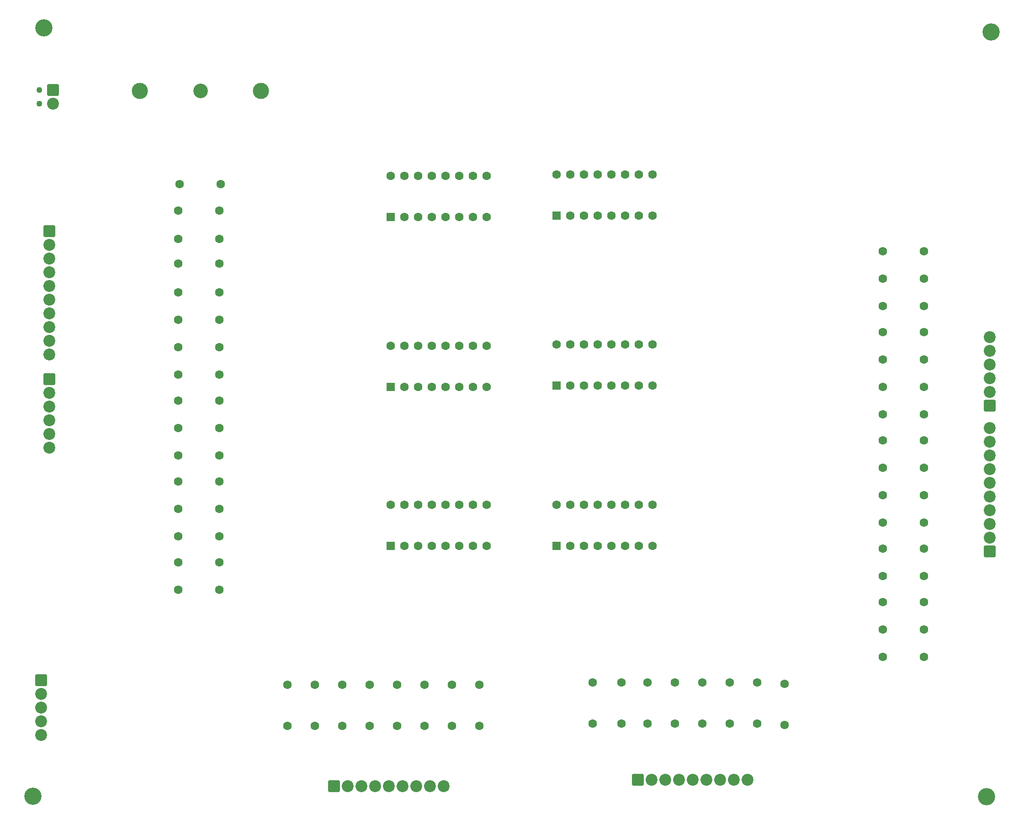
<source format=gbr>
%TF.GenerationSoftware,KiCad,Pcbnew,9.0.3*%
%TF.CreationDate,2025-09-10T19:37:44+02:00*%
%TF.ProjectId,expressionAndButtonsPCB,65787072-6573-4736-996f-6e416e644275,1.0.0*%
%TF.SameCoordinates,Original*%
%TF.FileFunction,Soldermask,Top*%
%TF.FilePolarity,Negative*%
%FSLAX46Y46*%
G04 Gerber Fmt 4.6, Leading zero omitted, Abs format (unit mm)*
G04 Created by KiCad (PCBNEW 9.0.3) date 2025-09-10 19:37:44*
%MOMM*%
%LPD*%
G01*
G04 APERTURE LIST*
G04 Aperture macros list*
%AMRoundRect*
0 Rectangle with rounded corners*
0 $1 Rounding radius*
0 $2 $3 $4 $5 $6 $7 $8 $9 X,Y pos of 4 corners*
0 Add a 4 corners polygon primitive as box body*
4,1,4,$2,$3,$4,$5,$6,$7,$8,$9,$2,$3,0*
0 Add four circle primitives for the rounded corners*
1,1,$1+$1,$2,$3*
1,1,$1+$1,$4,$5*
1,1,$1+$1,$6,$7*
1,1,$1+$1,$8,$9*
0 Add four rect primitives between the rounded corners*
20,1,$1+$1,$2,$3,$4,$5,0*
20,1,$1+$1,$4,$5,$6,$7,0*
20,1,$1+$1,$6,$7,$8,$9,0*
20,1,$1+$1,$8,$9,$2,$3,0*%
G04 Aperture macros list end*
%ADD10C,2.700000*%
%ADD11C,3.000000*%
%ADD12C,1.600000*%
%ADD13RoundRect,0.250000X0.550000X-0.550000X0.550000X0.550000X-0.550000X0.550000X-0.550000X-0.550000X0*%
%ADD14RoundRect,0.249999X0.850001X-0.850001X0.850001X0.850001X-0.850001X0.850001X-0.850001X-0.850001X0*%
%ADD15C,2.200000*%
%ADD16C,3.200000*%
%ADD17RoundRect,0.249999X-0.850001X-0.850001X0.850001X-0.850001X0.850001X0.850001X-0.850001X0.850001X0*%
%ADD18C,1.100000*%
%ADD19RoundRect,0.249999X-0.850001X0.850001X-0.850001X-0.850001X0.850001X-0.850001X0.850001X0.850001X0*%
G04 APERTURE END LIST*
D10*
%TO.C,F1*%
X67892000Y-41148000D03*
D11*
X56642000Y-41148000D03*
X79142000Y-41148000D03*
%TD*%
D12*
%TO.C,R10*%
X63754000Y-103632000D03*
X71374000Y-103632000D03*
%TD*%
%TO.C,R24*%
X194310000Y-110998000D03*
X201930000Y-110998000D03*
%TD*%
D13*
%TO.C,Cresc2*%
X133858000Y-95758000D03*
D12*
X136398000Y-95758000D03*
X138938000Y-95758000D03*
X141478000Y-95758000D03*
X144018000Y-95758000D03*
X146558000Y-95758000D03*
X149098000Y-95758000D03*
X151638000Y-95758000D03*
X151638000Y-88138000D03*
X149098000Y-88138000D03*
X146558000Y-88138000D03*
X144018000Y-88138000D03*
X141478000Y-88138000D03*
X138938000Y-88138000D03*
X136398000Y-88138000D03*
X133858000Y-88138000D03*
%TD*%
D14*
%TO.C,J7*%
X214175000Y-99525000D03*
D15*
X214175000Y-96985000D03*
X214175000Y-94445000D03*
X214175000Y-91905000D03*
X214175000Y-89365000D03*
X214175000Y-86825000D03*
%TD*%
D16*
%TO.C,REF\u002A\u002A*%
X36875000Y-171900000D03*
%TD*%
D14*
%TO.C,J3*%
X214175000Y-126510000D03*
D15*
X214175000Y-123970000D03*
X214175000Y-121430000D03*
X214175000Y-118890000D03*
X214175000Y-116350000D03*
X214175000Y-113810000D03*
X214175000Y-111270000D03*
X214175000Y-108730000D03*
X214175000Y-106190000D03*
X214175000Y-103650000D03*
%TD*%
D12*
%TO.C,R15*%
X63754000Y-128524000D03*
X71374000Y-128524000D03*
%TD*%
%TO.C,R44*%
X155820000Y-150865000D03*
X155820000Y-158485000D03*
%TD*%
%TO.C,R34*%
X89055000Y-151265000D03*
X89055000Y-158885000D03*
%TD*%
D17*
%TO.C,J5*%
X148962000Y-168899000D03*
D15*
X151502000Y-168899000D03*
X154042000Y-168899000D03*
X156582000Y-168899000D03*
X159122000Y-168899000D03*
X161662000Y-168899000D03*
X164202000Y-168899000D03*
X166742000Y-168899000D03*
X169282000Y-168899000D03*
%TD*%
D16*
%TO.C,REF\u002A\u002A*%
X214376000Y-30226000D03*
%TD*%
D12*
%TO.C,R1*%
X64008000Y-58420000D03*
X71628000Y-58420000D03*
%TD*%
D17*
%TO.C,J4*%
X92611000Y-170061000D03*
D15*
X95151000Y-170061000D03*
X97691000Y-170061000D03*
X100231000Y-170061000D03*
X102771000Y-170061000D03*
X105311000Y-170061000D03*
X107851000Y-170061000D03*
X110391000Y-170061000D03*
X112931000Y-170061000D03*
%TD*%
D12*
%TO.C,R3*%
X63754000Y-68594000D03*
X71374000Y-68594000D03*
%TD*%
D13*
%TO.C,Cresc1*%
X103124000Y-96007000D03*
D12*
X105664000Y-96007000D03*
X108204000Y-96007000D03*
X110744000Y-96007000D03*
X113284000Y-96007000D03*
X115824000Y-96007000D03*
X118364000Y-96007000D03*
X120904000Y-96007000D03*
X120904000Y-88387000D03*
X118364000Y-88387000D03*
X115824000Y-88387000D03*
X113284000Y-88387000D03*
X110744000Y-88387000D03*
X108204000Y-88387000D03*
X105664000Y-88387000D03*
X103124000Y-88387000D03*
%TD*%
%TO.C,R40*%
X119535000Y-151265000D03*
X119535000Y-158885000D03*
%TD*%
%TO.C,R19*%
X194310000Y-135890000D03*
X201930000Y-135890000D03*
%TD*%
%TO.C,R48*%
X176140000Y-151119000D03*
X176140000Y-158739000D03*
%TD*%
%TO.C,R25*%
X194310000Y-105918000D03*
X201930000Y-105918000D03*
%TD*%
%TO.C,R21*%
X194310000Y-125984000D03*
X201930000Y-125984000D03*
%TD*%
%TO.C,R35*%
X94135000Y-151265000D03*
X94135000Y-158885000D03*
%TD*%
%TO.C,R39*%
X114455000Y-151265000D03*
X114455000Y-158885000D03*
%TD*%
%TO.C,R23*%
X194310000Y-116078000D03*
X201930000Y-116078000D03*
%TD*%
%TO.C,R32*%
X194310000Y-70866000D03*
X201930000Y-70866000D03*
%TD*%
%TO.C,R37*%
X104295000Y-151265000D03*
X104295000Y-158885000D03*
%TD*%
D13*
%TO.C,IN1*%
X103124000Y-64516000D03*
D12*
X105664000Y-64516000D03*
X108204000Y-64516000D03*
X110744000Y-64516000D03*
X113284000Y-64516000D03*
X115824000Y-64516000D03*
X118364000Y-64516000D03*
X120904000Y-64516000D03*
X120904000Y-56896000D03*
X118364000Y-56896000D03*
X115824000Y-56896000D03*
X113284000Y-56896000D03*
X110744000Y-56896000D03*
X108204000Y-56896000D03*
X105664000Y-56896000D03*
X103124000Y-56896000D03*
%TD*%
%TO.C,R31*%
X194310000Y-75946000D03*
X201930000Y-75946000D03*
%TD*%
%TO.C,R46*%
X165980000Y-150865000D03*
X165980000Y-158485000D03*
%TD*%
D18*
%TO.C,J1*%
X38017500Y-40980000D03*
X38017500Y-43520000D03*
D19*
X40557500Y-40980000D03*
D15*
X40557500Y-43520000D03*
%TD*%
D12*
%TO.C,R11*%
X63754000Y-108712000D03*
X71374000Y-108712000D03*
%TD*%
D13*
%TO.C,IN2*%
X133858000Y-64262000D03*
D12*
X136398000Y-64262000D03*
X138938000Y-64262000D03*
X141478000Y-64262000D03*
X144018000Y-64262000D03*
X146558000Y-64262000D03*
X149098000Y-64262000D03*
X151638000Y-64262000D03*
X151638000Y-56642000D03*
X149098000Y-56642000D03*
X146558000Y-56642000D03*
X144018000Y-56642000D03*
X141478000Y-56642000D03*
X138938000Y-56642000D03*
X136398000Y-56642000D03*
X133858000Y-56642000D03*
%TD*%
%TO.C,R5*%
X63754000Y-78486000D03*
X71374000Y-78486000D03*
%TD*%
%TO.C,R42*%
X145914000Y-150865000D03*
X145914000Y-158485000D03*
%TD*%
%TO.C,R47*%
X171060000Y-150865000D03*
X171060000Y-158485000D03*
%TD*%
%TO.C,R33*%
X83975000Y-151265000D03*
X83975000Y-158885000D03*
%TD*%
%TO.C,R18*%
X194310000Y-140970000D03*
X201930000Y-140970000D03*
%TD*%
%TO.C,R16*%
X63754000Y-133604000D03*
X71374000Y-133604000D03*
%TD*%
%TO.C,R6*%
X63754000Y-83566000D03*
X71374000Y-83566000D03*
%TD*%
%TO.C,R7*%
X63754000Y-88646000D03*
X71374000Y-88646000D03*
%TD*%
D16*
%TO.C,REF\u002A\u002A*%
X213575000Y-172000000D03*
%TD*%
D12*
%TO.C,R26*%
X194310000Y-101092000D03*
X201930000Y-101092000D03*
%TD*%
%TO.C,R30*%
X194310000Y-81026000D03*
X201930000Y-81026000D03*
%TD*%
%TO.C,R12*%
X63754000Y-113538000D03*
X71374000Y-113538000D03*
%TD*%
%TO.C,R41*%
X140580000Y-150865000D03*
X140580000Y-158485000D03*
%TD*%
%TO.C,R9*%
X63754000Y-98552000D03*
X71374000Y-98552000D03*
%TD*%
%TO.C,R13*%
X63754000Y-118618000D03*
X71374000Y-118618000D03*
%TD*%
D13*
%TO.C,E1*%
X103124000Y-125476000D03*
D12*
X105664000Y-125476000D03*
X108204000Y-125476000D03*
X110744000Y-125476000D03*
X113284000Y-125476000D03*
X115824000Y-125476000D03*
X118364000Y-125476000D03*
X120904000Y-125476000D03*
X120904000Y-117856000D03*
X118364000Y-117856000D03*
X115824000Y-117856000D03*
X113284000Y-117856000D03*
X110744000Y-117856000D03*
X108204000Y-117856000D03*
X105664000Y-117856000D03*
X103124000Y-117856000D03*
%TD*%
%TO.C,R22*%
X194310000Y-121158000D03*
X201930000Y-121158000D03*
%TD*%
%TO.C,R17*%
X194310000Y-146050000D03*
X201930000Y-146050000D03*
%TD*%
%TO.C,R14*%
X63754000Y-123698000D03*
X71374000Y-123698000D03*
%TD*%
%TO.C,R36*%
X99215000Y-151265000D03*
X99215000Y-158885000D03*
%TD*%
%TO.C,R38*%
X109375000Y-151265000D03*
X109375000Y-158885000D03*
%TD*%
D16*
%TO.C,REF\u002A\u002A*%
X38900000Y-29525000D03*
%TD*%
D12*
%TO.C,R29*%
X194310000Y-85852000D03*
X201930000Y-85852000D03*
%TD*%
%TO.C,R8*%
X63754000Y-93726000D03*
X71374000Y-93726000D03*
%TD*%
%TO.C,R27*%
X194310000Y-96012000D03*
X201930000Y-96012000D03*
%TD*%
%TO.C,R28*%
X194310000Y-90932000D03*
X201930000Y-90932000D03*
%TD*%
D19*
%TO.C,J6*%
X38354000Y-150368000D03*
D15*
X38354000Y-152908000D03*
X38354000Y-155448000D03*
X38354000Y-157988000D03*
X38354000Y-160528000D03*
%TD*%
D13*
%TO.C,E2*%
X133858000Y-125476000D03*
D12*
X136398000Y-125476000D03*
X138938000Y-125476000D03*
X141478000Y-125476000D03*
X144018000Y-125476000D03*
X146558000Y-125476000D03*
X149098000Y-125476000D03*
X151638000Y-125476000D03*
X151638000Y-117856000D03*
X149098000Y-117856000D03*
X146558000Y-117856000D03*
X144018000Y-117856000D03*
X141478000Y-117856000D03*
X138938000Y-117856000D03*
X136398000Y-117856000D03*
X133858000Y-117856000D03*
%TD*%
%TO.C,R45*%
X160900000Y-150865000D03*
X160900000Y-158485000D03*
%TD*%
D19*
%TO.C,J2*%
X39875000Y-94600000D03*
D15*
X39875000Y-97140000D03*
X39875000Y-99680000D03*
X39875000Y-102220000D03*
X39875000Y-104760000D03*
X39875000Y-107300000D03*
%TD*%
D12*
%TO.C,R2*%
X63754000Y-63344000D03*
X71374000Y-63344000D03*
%TD*%
%TO.C,R43*%
X150740000Y-150865000D03*
X150740000Y-158485000D03*
%TD*%
%TO.C,R20*%
X194310000Y-131064000D03*
X201930000Y-131064000D03*
%TD*%
D19*
%TO.C,J9*%
X39900000Y-67145000D03*
D15*
X39900000Y-69685000D03*
X39900000Y-72225000D03*
X39900000Y-74765000D03*
X39900000Y-77305000D03*
X39900000Y-79845000D03*
X39900000Y-82385000D03*
X39900000Y-84925000D03*
X39900000Y-87465000D03*
X39900000Y-90005000D03*
%TD*%
D12*
%TO.C,R4*%
X63754000Y-73194000D03*
X71374000Y-73194000D03*
%TD*%
M02*

</source>
